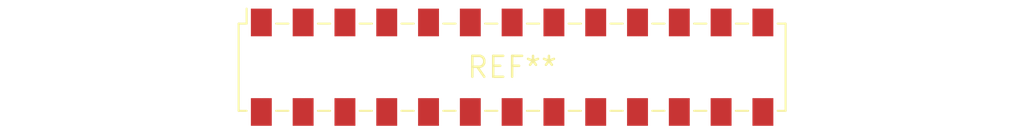
<source format=kicad_pcb>
(kicad_pcb (version 20240108) (generator pcbnew)
  (layers (0 "F.Cu" signal) (31 "B.Cu" signal) (34 "B.Paste" user) (35 "F.Paste" user) (36 "B.SilkS" user "B.Silkscreen") (37 "F.SilkS" user "F.Silkscreen") (38 "B.Mask" user) (39 "F.Mask" user) (44 "Edge.Cuts" user))
  (net 0 "")
  (footprint "Samtec_HLE-113-02-xxx-DV-BE-A_2x13_P2.54mm_Horizontal" (layer "F.Cu") (at 0 0)
    (property "Reference" "REF**")
    (property "Value" "Samtec_HLE-113-02-xxx-DV-BE-A_2x13_P2.54mm_Horizontal")
    (fp_line (start -16.62 -2.65) (end -16.62 2.65) (layer "F.SilkS") (stroke (width 0.12)))
    (fp_line (start -16.62 2.65) (end -16.135 2.65) (layer "F.SilkS") (stroke (width 0.12)))
    (fp_line (start -16.135 -3.56) (end -16.135 -2.65) (layer "F.SilkS") (stroke (width 0.12)))
    (fp_line (start -16.135 -2.65) (end -16.62 -2.65) (layer "F.SilkS") (stroke (width 0.12)))
    (fp_line (start -14.345 -2.65) (end -13.595 -2.65) (layer "F.SilkS") (stroke (width 0.12)))
    (fp_line (start -14.345 2.65) (end -13.595 2.65) (layer "F.SilkS") (stroke (width 0.12)))
    (fp_line (start -11.805 -2.65) (end -11.055 -2.65) (layer "F.SilkS") (stroke (width 0.12)))
    (fp_line (start -11.805 2.65) (end -11.055 2.65) (layer "F.SilkS") (stroke (width 0.12)))
    (fp_line (start -9.265 -2.65) (end -8.515 -2.65) (layer "F.SilkS") (stroke (width 0.12)))
    (fp_line (start -9.265 2.65) (end -8.515 2.65) (layer "F.SilkS") (stroke (width 0.12)))
    (fp_line (start -6.725 -2.65) (end -5.975 -2.65) (layer "F.SilkS") (stroke (width 0.12)))
    (fp_line (start -6.725 2.65) (end -5.975 2.65) (layer "F.SilkS") (stroke (width 0.12)))
    (fp_line (start -4.185 -2.65) (end -3.435 -2.65) (layer "F.SilkS") (stroke (width 0.12)))
    (fp_line (start -4.185 2.65) (end -3.435 2.65) (layer "F.SilkS") (stroke (width 0.12)))
    (fp_line (start -1.645 -2.65) (end -0.895 -2.65) (layer "F.SilkS") (stroke (width 0.12)))
    (fp_line (start -1.645 2.65) (end -0.895 2.65) (layer "F.SilkS") (stroke (width 0.12)))
    (fp_line (start 0.895 -2.65) (end 1.645 -2.65) (layer "F.SilkS") (stroke (width 0.12)))
    (fp_line (start 0.895 2.65) (end 1.645 2.65) (layer "F.SilkS") (stroke (width 0.12)))
    (fp_line (start 3.435 -2.65) (end 4.185 -2.65) (layer "F.SilkS") (stroke (width 0.12)))
    (fp_line (start 3.435 2.65) (end 4.185 2.65) (layer "F.SilkS") (stroke (width 0.12)))
    (fp_line (start 5.975 -2.65) (end 6.725 -2.65) (layer "F.SilkS") (stroke (width 0.12)))
    (fp_line (start 5.975 2.65) (end 6.725 2.65) (layer "F.SilkS") (stroke (width 0.12)))
    (fp_line (start 8.515 -2.65) (end 9.265 -2.65) (layer "F.SilkS") (stroke (width 0.12)))
    (fp_line (start 8.515 2.65) (end 9.265 2.65) (layer "F.SilkS") (stroke (width 0.12)))
    (fp_line (start 11.055 -2.65) (end 11.805 -2.65) (layer "F.SilkS") (stroke (width 0.12)))
    (fp_line (start 11.055 2.65) (end 11.805 2.65) (layer "F.SilkS") (stroke (width 0.12)))
    (fp_line (start 13.595 -2.65) (end 14.345 -2.65) (layer "F.SilkS") (stroke (width 0.12)))
    (fp_line (start 13.595 2.65) (end 14.345 2.65) (layer "F.SilkS") (stroke (width 0.12)))
    (fp_line (start 16.135 -2.65) (end 16.62 -2.65) (layer "F.SilkS") (stroke (width 0.12)))
    (fp_line (start 16.62 -2.65) (end 16.62 2.65) (layer "F.SilkS") (stroke (width 0.12)))
    (fp_line (start 16.62 2.65) (end 16.135 2.65) (layer "F.SilkS") (stroke (width 0.12)))
    (pad "" np_thru_hole circle (at -15.24 -1.27) (size 0.97 0.97) (drill 0.97) (layers *.Cu *.Mask))
    (pad "" np_thru_hole circle (at -15.24 1.27) (size 0.97 0.97) (drill 0.97) (layers *.Cu *.Mask))
    (pad "" np_thru_hole circle (at -13.97 0) (size 1.78 1.78) (drill 1.78) (layers *.Cu *.Mask))
    (pad "" np_thru_hole circle (at -12.7 -1.27) (size 0.97 0.97) (drill 0.97) (layers *.Cu *.Mask))
    (pad "" np_thru_hole circle (at -12.7 1.27) (size 0.97 0.97) (drill 0.97) (layers *.Cu *.Mask))
    (pad "" np_thru_hole circle (at -10.16 -1.27) (size 0.97 0.97) (drill 0.97) (layers *.Cu *.Mask))
    (pad "" np_thru_hole circle (at -10.16 1.27) (size 0.97 0.97) (drill 0.97) (layers *.Cu *.Mask))
    (pad "" np_thru_hole circle (at -7.62 -1.27) (size 0.97 0.97) (drill 0.97) (layers *.Cu *.Mask))
    (pad "" np_thru_hole circle (at -7.62 1.27) (size 0.97 0.97) (drill 0.97) (layers *.Cu *.Mask))
    (pad "" np_thru_hole circle (at -5.08 -1.27) (size 0.97 0.97) (drill 0.97) (layers *.Cu *.Mask))
    (pad "" np_thru_hole circle (at -5.08 1.27) (size 0.97 0.97) (drill 0.97) (layers *.Cu *.Mask))
    (pad "" np_thru_hole circle (at -2.54 -1.27) (size 0.97 0.97) (drill 0.97) (layers *.Cu *.Mask))
    (pad "" np_thru_hole circle (at -2.54 1.27) (size 0.97 0.97) (drill 0.97) (layers *.Cu *.Mask))
    (pad "" np_thru_hole circle (at 0 -1.27) (size 0.97 0.97) (drill 0.97) (layers *.Cu *.Mask))
    (pad "" np_thru_hole circle (at 0 1.27) (size 0.97 0.97) (drill 0.97) (layers *.Cu *.Mask))
    (pad "" np_thru_hole circle (at 2.54 -1.27) (size 0.97 0.97) (drill 0.97) (layers *.Cu *.Mask))
    (pad "" np_thru_hole circle (at 2.54 1.27) (size 0.97 0.97) (drill 0.97) (layers *.Cu *.Mask))
    (pad "" np_thru_hole circle (at 5.08 -1.27) (size 0.97 0.97) (drill 0.97) (layers *.Cu *.Mask))
    (pad "" np_thru_hole circle (at 5.08 1.27) (size 0.97 0.97) (drill 0.97) (layers *.Cu *.Mask))
    (pad "" np_thru_hole circle (at 7.62 -1.27) (size 0.97 0.97) (drill 0.97) (layers *.Cu *.Mask))
    (pad "" np_thru_hole circle (at 7.62 1.27) (size 0.97 0.97) (drill 0.97) (layers *.Cu *.Mask))
    (pad "" np_thru_hole circle (at 10.16 -1.27) (size 0.97 0.97) (drill 0.97) (layers *.Cu *.Mask))
    (pad "" np_thru_hole circle (at 10.16 1.27) (size 0.97 0.97) (drill 0.97) (layers *.Cu *.Mask))
    (pad "" np_thru_hole circle (at 12.7 -1.27) (size 0.97 0.97) (drill 0.97) (layers *.Cu *.Mask))
    (pad "" np_thru_hole circle (at 12.7 1.27) (size 0.97 0.97) (drill 0.97) (layers *.Cu *.Mask))
    (pad "" np_thru_hole circle (at 13.97 0) (size 1.78 1.78) (drill 1.78) (layers *.Cu *.Mask))
    (pad "" np_thru_hole circle (at 15.24 -1.27) (size 0.97 0.97) (drill 0.97) (layers *.Cu *.Mask))
    (pad "" np_thru_hole circle (at 15.24 1.27) (size 0.97 0.97) (drill 0.97) (layers *.Cu *.Mask))
    (pad "1" smd rect (at -15.24 -2.72) (size 1.27 1.68) (layers "F.Cu" "F.Paste" "F.Mask"))
    (pad "2" smd rect (at -15.24 2.72) (size 1.27 1.68) (layers "F.Cu" "F.Paste" "F.Mask"))
    (pad "3" smd rect (at -12.7 -2.72) (size 1.27 1.68) (layers "F.Cu" "F.Paste" "F.Mask"))
    (pad "4" smd rect (at -12.7 2.72) (size 1.27 1.68) (layers "F.Cu" "F.Paste" "F.Mask"))
    (pad "5" smd rect (at -10.16 -2.72) (size 1.27 1.68) (layers "F.Cu" "F.Paste" "F.Mask"))
    (pad "6" smd rect (at -10.16 2.72) (size 1.27 1.68) (layers "F.Cu" "F.Paste" "F.Mask"))
    (pad "7" smd rect (at -7.62 -2.72) (size 1.27 1.68) (layers "F.Cu" "F.Paste" "F.Mask"))
    (pad "8" smd rect (at -7.62 2.72) (size 1.27 1.68) (layers "F.Cu" "F.Paste" "F.Mask"))
    (pad "9" smd rect (at -5.08 -2.72) (size 1.27 1.68) (layers "F.Cu" "F.Paste" "F.Mask"))
    (pad "10" smd rect (at -5.08 2.72) (size 1.27 1.68) (layers "F.Cu" "F.Paste" "F.Mask"))
    (pad "11" smd rect (at -2.54 -2.72) (size 1.27 1.68) (layers "F.Cu" "F.Paste" "F.Mask"))
    (pad "12" smd rect (at -2.54 2.72) (size 1.27 1.68) (layers "F.Cu" "F.Paste" "F.Mask"))
    (pad "13" smd rect (at 0 -2.72) (size 1.27 1.68) (layers "F.Cu" "F.Paste" "F.Mask"))
    (pad "14" smd rect (at 0 2.72) (size 1.27 1.68) (layers "F.Cu" "F.Paste" "F.Mask"))
    (pad "15" smd rect (at 2.54 -2.72) (size 1.27 1.68) (layers "F.Cu" "F.Paste" "F.Mask"))
    (pad "16" smd rect (at 2.54 2.72) (size 1.27 1.68) (layers "F.Cu" "F.Paste" "F.Mask"))
    (pad "17" smd rect (at 5.08 -2.72) (size 1.27 1.68) (layers "F.Cu" "F.Paste" "F.Mask"))
    (pad "18" smd rect (at 5.08 2.72) (size 1.27 1.68) (layers "F.Cu" "F.Paste" "F.Mask"))
    (pad "19" smd rect (at 7.62 -2.72) (size 1.27 1.68) (layers "F.Cu" "F.Paste" "F.Mask"))
    (pad "20" smd rect (at 7.62 2.72) (size 1.27 1.68) (layers "F.Cu" "F.Paste" "F.Mask"))
    (pad "21" smd rect (at 10.16 -2.72) (size 1.27 1.68) (layers "F.Cu" "F.Paste" "F.Mask"))
    (pad "22" smd rect (at 10.16 2.72) (size 1.27 1.68) (layers "F.Cu" "F.Paste" "F.Mask"))
    (pad "23" smd rect (at 12.7 -2.72) (size 1.27 1.68) (layers "F.Cu" "F.Paste" "F.Mask"))
    (pad "24" smd rect (at 12.7 2.72) (size 1.27 1.68) (layers "F.Cu" "F.Paste" "F.Mask"))
    (pad "25" smd rect (at 15.24 -2.72) (size 1.27 1.68) (layers "F.Cu" "F.Paste" "F.Mask"))
    (pad "26" smd rect (at 15.24 2.72) (size 1.27 1.68) (layers "F.Cu" "F.Paste" "F.Mask"))
  )
)
</source>
